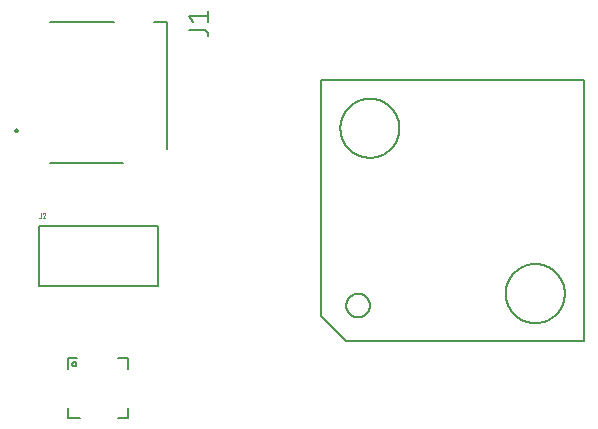
<source format=gbr>
G04 EAGLE Gerber RS-274X export*
G75*
%MOMM*%
%FSLAX34Y34*%
%LPD*%
%INSilkscreen Top*%
%IPPOS*%
%AMOC8*
5,1,8,0,0,1.08239X$1,22.5*%
G01*
%ADD10C,0.127000*%
%ADD11C,0.200000*%
%ADD12C,0.152400*%
%ADD13C,0.025400*%


D10*
X207900Y409750D02*
X197600Y409750D01*
X170700Y290250D02*
X109100Y290250D01*
X207900Y302200D02*
X207900Y409750D01*
X163700Y409750D02*
X109100Y409750D01*
D11*
X79900Y318000D02*
X79902Y318063D01*
X79908Y318125D01*
X79918Y318187D01*
X79931Y318249D01*
X79949Y318309D01*
X79970Y318368D01*
X79995Y318426D01*
X80024Y318482D01*
X80056Y318536D01*
X80091Y318588D01*
X80129Y318637D01*
X80171Y318685D01*
X80215Y318729D01*
X80263Y318771D01*
X80312Y318809D01*
X80364Y318844D01*
X80418Y318876D01*
X80474Y318905D01*
X80532Y318930D01*
X80591Y318951D01*
X80651Y318969D01*
X80713Y318982D01*
X80775Y318992D01*
X80837Y318998D01*
X80900Y319000D01*
X80963Y318998D01*
X81025Y318992D01*
X81087Y318982D01*
X81149Y318969D01*
X81209Y318951D01*
X81268Y318930D01*
X81326Y318905D01*
X81382Y318876D01*
X81436Y318844D01*
X81488Y318809D01*
X81537Y318771D01*
X81585Y318729D01*
X81629Y318685D01*
X81671Y318637D01*
X81709Y318588D01*
X81744Y318536D01*
X81776Y318482D01*
X81805Y318426D01*
X81830Y318368D01*
X81851Y318309D01*
X81869Y318249D01*
X81882Y318187D01*
X81892Y318125D01*
X81898Y318063D01*
X81900Y318000D01*
X81898Y317937D01*
X81892Y317875D01*
X81882Y317813D01*
X81869Y317751D01*
X81851Y317691D01*
X81830Y317632D01*
X81805Y317574D01*
X81776Y317518D01*
X81744Y317464D01*
X81709Y317412D01*
X81671Y317363D01*
X81629Y317315D01*
X81585Y317271D01*
X81537Y317229D01*
X81488Y317191D01*
X81436Y317156D01*
X81382Y317124D01*
X81326Y317095D01*
X81268Y317070D01*
X81209Y317049D01*
X81149Y317031D01*
X81087Y317018D01*
X81025Y317008D01*
X80963Y317002D01*
X80900Y317000D01*
X80837Y317002D01*
X80775Y317008D01*
X80713Y317018D01*
X80651Y317031D01*
X80591Y317049D01*
X80532Y317070D01*
X80474Y317095D01*
X80418Y317124D01*
X80364Y317156D01*
X80312Y317191D01*
X80263Y317229D01*
X80215Y317271D01*
X80171Y317315D01*
X80129Y317363D01*
X80091Y317412D01*
X80056Y317464D01*
X80024Y317518D01*
X79995Y317574D01*
X79970Y317632D01*
X79949Y317691D01*
X79931Y317751D01*
X79918Y317813D01*
X79908Y317875D01*
X79902Y317937D01*
X79900Y318000D01*
D12*
X226662Y403140D02*
X239306Y403140D01*
X239306Y403139D02*
X239424Y403137D01*
X239542Y403131D01*
X239660Y403122D01*
X239777Y403108D01*
X239894Y403091D01*
X240011Y403070D01*
X240126Y403045D01*
X240241Y403016D01*
X240355Y402983D01*
X240467Y402947D01*
X240578Y402907D01*
X240688Y402864D01*
X240797Y402817D01*
X240904Y402767D01*
X241009Y402712D01*
X241112Y402655D01*
X241213Y402594D01*
X241313Y402530D01*
X241410Y402463D01*
X241505Y402393D01*
X241597Y402319D01*
X241688Y402243D01*
X241775Y402163D01*
X241860Y402081D01*
X241942Y401996D01*
X242022Y401909D01*
X242098Y401818D01*
X242172Y401726D01*
X242242Y401631D01*
X242309Y401534D01*
X242373Y401434D01*
X242434Y401333D01*
X242491Y401230D01*
X242546Y401125D01*
X242596Y401018D01*
X242643Y400909D01*
X242686Y400799D01*
X242726Y400688D01*
X242762Y400576D01*
X242795Y400462D01*
X242824Y400347D01*
X242849Y400232D01*
X242870Y400115D01*
X242887Y399998D01*
X242901Y399881D01*
X242910Y399763D01*
X242916Y399645D01*
X242918Y399527D01*
X242918Y397721D01*
X230274Y410207D02*
X226662Y414722D01*
X242918Y414722D01*
X242918Y410207D02*
X242918Y419238D01*
D10*
X201000Y237000D02*
X100000Y237000D01*
X201000Y237000D02*
X201000Y186000D01*
X100000Y186000D01*
X100000Y237000D01*
D13*
X101397Y244974D02*
X101397Y247937D01*
X101397Y244974D02*
X101395Y244919D01*
X101390Y244863D01*
X101381Y244809D01*
X101368Y244755D01*
X101352Y244702D01*
X101333Y244650D01*
X101310Y244599D01*
X101284Y244550D01*
X101254Y244503D01*
X101222Y244458D01*
X101187Y244416D01*
X101149Y244375D01*
X101108Y244337D01*
X101066Y244302D01*
X101021Y244270D01*
X100973Y244240D01*
X100925Y244214D01*
X100874Y244191D01*
X100822Y244172D01*
X100769Y244156D01*
X100715Y244143D01*
X100661Y244134D01*
X100605Y244129D01*
X100550Y244127D01*
X100127Y244127D01*
X104211Y247938D02*
X104271Y247936D01*
X104330Y247930D01*
X104390Y247921D01*
X104448Y247908D01*
X104505Y247891D01*
X104562Y247871D01*
X104617Y247847D01*
X104670Y247820D01*
X104722Y247790D01*
X104771Y247756D01*
X104818Y247719D01*
X104863Y247680D01*
X104906Y247637D01*
X104945Y247592D01*
X104982Y247545D01*
X105016Y247496D01*
X105046Y247444D01*
X105073Y247391D01*
X105097Y247336D01*
X105117Y247279D01*
X105134Y247222D01*
X105147Y247164D01*
X105156Y247104D01*
X105162Y247045D01*
X105164Y246985D01*
X104211Y247937D02*
X104144Y247935D01*
X104077Y247930D01*
X104011Y247921D01*
X103945Y247908D01*
X103881Y247892D01*
X103817Y247872D01*
X103754Y247848D01*
X103692Y247822D01*
X103633Y247792D01*
X103575Y247759D01*
X103518Y247722D01*
X103464Y247683D01*
X103412Y247641D01*
X103363Y247596D01*
X103316Y247548D01*
X103272Y247498D01*
X103230Y247445D01*
X103192Y247390D01*
X103156Y247334D01*
X103124Y247275D01*
X103095Y247215D01*
X103069Y247153D01*
X103047Y247090D01*
X104846Y246244D02*
X104887Y246286D01*
X104926Y246331D01*
X104963Y246377D01*
X104997Y246426D01*
X105028Y246476D01*
X105055Y246528D01*
X105080Y246582D01*
X105102Y246637D01*
X105121Y246693D01*
X105136Y246750D01*
X105148Y246808D01*
X105156Y246867D01*
X105161Y246926D01*
X105163Y246985D01*
X104846Y246244D02*
X103047Y244127D01*
X105163Y244127D01*
D10*
X360000Y140000D02*
X561000Y140000D01*
X561000Y361000D01*
X339000Y361000D01*
X339000Y161000D01*
X360000Y140000D01*
X360000Y170000D02*
X360003Y170245D01*
X360012Y170491D01*
X360027Y170736D01*
X360048Y170980D01*
X360075Y171224D01*
X360108Y171467D01*
X360147Y171710D01*
X360192Y171951D01*
X360243Y172191D01*
X360300Y172430D01*
X360362Y172667D01*
X360431Y172903D01*
X360505Y173137D01*
X360585Y173369D01*
X360670Y173599D01*
X360761Y173827D01*
X360858Y174052D01*
X360960Y174276D01*
X361068Y174496D01*
X361181Y174714D01*
X361299Y174929D01*
X361423Y175141D01*
X361551Y175350D01*
X361685Y175556D01*
X361824Y175758D01*
X361968Y175957D01*
X362117Y176152D01*
X362270Y176344D01*
X362428Y176532D01*
X362590Y176716D01*
X362758Y176895D01*
X362929Y177071D01*
X363105Y177242D01*
X363284Y177410D01*
X363468Y177572D01*
X363656Y177730D01*
X363848Y177883D01*
X364043Y178032D01*
X364242Y178176D01*
X364444Y178315D01*
X364650Y178449D01*
X364859Y178577D01*
X365071Y178701D01*
X365286Y178819D01*
X365504Y178932D01*
X365724Y179040D01*
X365948Y179142D01*
X366173Y179239D01*
X366401Y179330D01*
X366631Y179415D01*
X366863Y179495D01*
X367097Y179569D01*
X367333Y179638D01*
X367570Y179700D01*
X367809Y179757D01*
X368049Y179808D01*
X368290Y179853D01*
X368533Y179892D01*
X368776Y179925D01*
X369020Y179952D01*
X369264Y179973D01*
X369509Y179988D01*
X369755Y179997D01*
X370000Y180000D01*
X370245Y179997D01*
X370491Y179988D01*
X370736Y179973D01*
X370980Y179952D01*
X371224Y179925D01*
X371467Y179892D01*
X371710Y179853D01*
X371951Y179808D01*
X372191Y179757D01*
X372430Y179700D01*
X372667Y179638D01*
X372903Y179569D01*
X373137Y179495D01*
X373369Y179415D01*
X373599Y179330D01*
X373827Y179239D01*
X374052Y179142D01*
X374276Y179040D01*
X374496Y178932D01*
X374714Y178819D01*
X374929Y178701D01*
X375141Y178577D01*
X375350Y178449D01*
X375556Y178315D01*
X375758Y178176D01*
X375957Y178032D01*
X376152Y177883D01*
X376344Y177730D01*
X376532Y177572D01*
X376716Y177410D01*
X376895Y177242D01*
X377071Y177071D01*
X377242Y176895D01*
X377410Y176716D01*
X377572Y176532D01*
X377730Y176344D01*
X377883Y176152D01*
X378032Y175957D01*
X378176Y175758D01*
X378315Y175556D01*
X378449Y175350D01*
X378577Y175141D01*
X378701Y174929D01*
X378819Y174714D01*
X378932Y174496D01*
X379040Y174276D01*
X379142Y174052D01*
X379239Y173827D01*
X379330Y173599D01*
X379415Y173369D01*
X379495Y173137D01*
X379569Y172903D01*
X379638Y172667D01*
X379700Y172430D01*
X379757Y172191D01*
X379808Y171951D01*
X379853Y171710D01*
X379892Y171467D01*
X379925Y171224D01*
X379952Y170980D01*
X379973Y170736D01*
X379988Y170491D01*
X379997Y170245D01*
X380000Y170000D01*
X379997Y169755D01*
X379988Y169509D01*
X379973Y169264D01*
X379952Y169020D01*
X379925Y168776D01*
X379892Y168533D01*
X379853Y168290D01*
X379808Y168049D01*
X379757Y167809D01*
X379700Y167570D01*
X379638Y167333D01*
X379569Y167097D01*
X379495Y166863D01*
X379415Y166631D01*
X379330Y166401D01*
X379239Y166173D01*
X379142Y165948D01*
X379040Y165724D01*
X378932Y165504D01*
X378819Y165286D01*
X378701Y165071D01*
X378577Y164859D01*
X378449Y164650D01*
X378315Y164444D01*
X378176Y164242D01*
X378032Y164043D01*
X377883Y163848D01*
X377730Y163656D01*
X377572Y163468D01*
X377410Y163284D01*
X377242Y163105D01*
X377071Y162929D01*
X376895Y162758D01*
X376716Y162590D01*
X376532Y162428D01*
X376344Y162270D01*
X376152Y162117D01*
X375957Y161968D01*
X375758Y161824D01*
X375556Y161685D01*
X375350Y161551D01*
X375141Y161423D01*
X374929Y161299D01*
X374714Y161181D01*
X374496Y161068D01*
X374276Y160960D01*
X374052Y160858D01*
X373827Y160761D01*
X373599Y160670D01*
X373369Y160585D01*
X373137Y160505D01*
X372903Y160431D01*
X372667Y160362D01*
X372430Y160300D01*
X372191Y160243D01*
X371951Y160192D01*
X371710Y160147D01*
X371467Y160108D01*
X371224Y160075D01*
X370980Y160048D01*
X370736Y160027D01*
X370491Y160012D01*
X370245Y160003D01*
X370000Y160000D01*
X369755Y160003D01*
X369509Y160012D01*
X369264Y160027D01*
X369020Y160048D01*
X368776Y160075D01*
X368533Y160108D01*
X368290Y160147D01*
X368049Y160192D01*
X367809Y160243D01*
X367570Y160300D01*
X367333Y160362D01*
X367097Y160431D01*
X366863Y160505D01*
X366631Y160585D01*
X366401Y160670D01*
X366173Y160761D01*
X365948Y160858D01*
X365724Y160960D01*
X365504Y161068D01*
X365286Y161181D01*
X365071Y161299D01*
X364859Y161423D01*
X364650Y161551D01*
X364444Y161685D01*
X364242Y161824D01*
X364043Y161968D01*
X363848Y162117D01*
X363656Y162270D01*
X363468Y162428D01*
X363284Y162590D01*
X363105Y162758D01*
X362929Y162929D01*
X362758Y163105D01*
X362590Y163284D01*
X362428Y163468D01*
X362270Y163656D01*
X362117Y163848D01*
X361968Y164043D01*
X361824Y164242D01*
X361685Y164444D01*
X361551Y164650D01*
X361423Y164859D01*
X361299Y165071D01*
X361181Y165286D01*
X361068Y165504D01*
X360960Y165724D01*
X360858Y165948D01*
X360761Y166173D01*
X360670Y166401D01*
X360585Y166631D01*
X360505Y166863D01*
X360431Y167097D01*
X360362Y167333D01*
X360300Y167570D01*
X360243Y167809D01*
X360192Y168049D01*
X360147Y168290D01*
X360108Y168533D01*
X360075Y168776D01*
X360048Y169020D01*
X360027Y169264D01*
X360012Y169509D01*
X360003Y169755D01*
X360000Y170000D01*
X495000Y180000D02*
X495008Y180614D01*
X495030Y181227D01*
X495068Y181839D01*
X495120Y182450D01*
X495188Y183060D01*
X495271Y183668D01*
X495368Y184274D01*
X495480Y184877D01*
X495607Y185478D01*
X495749Y186075D01*
X495906Y186668D01*
X496076Y187257D01*
X496262Y187842D01*
X496461Y188422D01*
X496675Y188997D01*
X496903Y189567D01*
X497145Y190131D01*
X497400Y190689D01*
X497669Y191240D01*
X497952Y191785D01*
X498248Y192322D01*
X498557Y192853D01*
X498879Y193375D01*
X499213Y193889D01*
X499560Y194395D01*
X499920Y194892D01*
X500291Y195381D01*
X500675Y195860D01*
X501070Y196329D01*
X501476Y196789D01*
X501894Y197239D01*
X502322Y197678D01*
X502761Y198106D01*
X503211Y198524D01*
X503671Y198930D01*
X504140Y199325D01*
X504619Y199709D01*
X505108Y200080D01*
X505605Y200440D01*
X506111Y200787D01*
X506625Y201121D01*
X507147Y201443D01*
X507678Y201752D01*
X508215Y202048D01*
X508760Y202331D01*
X509311Y202600D01*
X509869Y202855D01*
X510433Y203097D01*
X511003Y203325D01*
X511578Y203539D01*
X512158Y203738D01*
X512743Y203924D01*
X513332Y204094D01*
X513925Y204251D01*
X514522Y204393D01*
X515123Y204520D01*
X515726Y204632D01*
X516332Y204729D01*
X516940Y204812D01*
X517550Y204880D01*
X518161Y204932D01*
X518773Y204970D01*
X519386Y204992D01*
X520000Y205000D01*
X520614Y204992D01*
X521227Y204970D01*
X521839Y204932D01*
X522450Y204880D01*
X523060Y204812D01*
X523668Y204729D01*
X524274Y204632D01*
X524877Y204520D01*
X525478Y204393D01*
X526075Y204251D01*
X526668Y204094D01*
X527257Y203924D01*
X527842Y203738D01*
X528422Y203539D01*
X528997Y203325D01*
X529567Y203097D01*
X530131Y202855D01*
X530689Y202600D01*
X531240Y202331D01*
X531785Y202048D01*
X532322Y201752D01*
X532853Y201443D01*
X533375Y201121D01*
X533889Y200787D01*
X534395Y200440D01*
X534892Y200080D01*
X535381Y199709D01*
X535860Y199325D01*
X536329Y198930D01*
X536789Y198524D01*
X537239Y198106D01*
X537678Y197678D01*
X538106Y197239D01*
X538524Y196789D01*
X538930Y196329D01*
X539325Y195860D01*
X539709Y195381D01*
X540080Y194892D01*
X540440Y194395D01*
X540787Y193889D01*
X541121Y193375D01*
X541443Y192853D01*
X541752Y192322D01*
X542048Y191785D01*
X542331Y191240D01*
X542600Y190689D01*
X542855Y190131D01*
X543097Y189567D01*
X543325Y188997D01*
X543539Y188422D01*
X543738Y187842D01*
X543924Y187257D01*
X544094Y186668D01*
X544251Y186075D01*
X544393Y185478D01*
X544520Y184877D01*
X544632Y184274D01*
X544729Y183668D01*
X544812Y183060D01*
X544880Y182450D01*
X544932Y181839D01*
X544970Y181227D01*
X544992Y180614D01*
X545000Y180000D01*
X544992Y179386D01*
X544970Y178773D01*
X544932Y178161D01*
X544880Y177550D01*
X544812Y176940D01*
X544729Y176332D01*
X544632Y175726D01*
X544520Y175123D01*
X544393Y174522D01*
X544251Y173925D01*
X544094Y173332D01*
X543924Y172743D01*
X543738Y172158D01*
X543539Y171578D01*
X543325Y171003D01*
X543097Y170433D01*
X542855Y169869D01*
X542600Y169311D01*
X542331Y168760D01*
X542048Y168215D01*
X541752Y167678D01*
X541443Y167147D01*
X541121Y166625D01*
X540787Y166111D01*
X540440Y165605D01*
X540080Y165108D01*
X539709Y164619D01*
X539325Y164140D01*
X538930Y163671D01*
X538524Y163211D01*
X538106Y162761D01*
X537678Y162322D01*
X537239Y161894D01*
X536789Y161476D01*
X536329Y161070D01*
X535860Y160675D01*
X535381Y160291D01*
X534892Y159920D01*
X534395Y159560D01*
X533889Y159213D01*
X533375Y158879D01*
X532853Y158557D01*
X532322Y158248D01*
X531785Y157952D01*
X531240Y157669D01*
X530689Y157400D01*
X530131Y157145D01*
X529567Y156903D01*
X528997Y156675D01*
X528422Y156461D01*
X527842Y156262D01*
X527257Y156076D01*
X526668Y155906D01*
X526075Y155749D01*
X525478Y155607D01*
X524877Y155480D01*
X524274Y155368D01*
X523668Y155271D01*
X523060Y155188D01*
X522450Y155120D01*
X521839Y155068D01*
X521227Y155030D01*
X520614Y155008D01*
X520000Y155000D01*
X519386Y155008D01*
X518773Y155030D01*
X518161Y155068D01*
X517550Y155120D01*
X516940Y155188D01*
X516332Y155271D01*
X515726Y155368D01*
X515123Y155480D01*
X514522Y155607D01*
X513925Y155749D01*
X513332Y155906D01*
X512743Y156076D01*
X512158Y156262D01*
X511578Y156461D01*
X511003Y156675D01*
X510433Y156903D01*
X509869Y157145D01*
X509311Y157400D01*
X508760Y157669D01*
X508215Y157952D01*
X507678Y158248D01*
X507147Y158557D01*
X506625Y158879D01*
X506111Y159213D01*
X505605Y159560D01*
X505108Y159920D01*
X504619Y160291D01*
X504140Y160675D01*
X503671Y161070D01*
X503211Y161476D01*
X502761Y161894D01*
X502322Y162322D01*
X501894Y162761D01*
X501476Y163211D01*
X501070Y163671D01*
X500675Y164140D01*
X500291Y164619D01*
X499920Y165108D01*
X499560Y165605D01*
X499213Y166111D01*
X498879Y166625D01*
X498557Y167147D01*
X498248Y167678D01*
X497952Y168215D01*
X497669Y168760D01*
X497400Y169311D01*
X497145Y169869D01*
X496903Y170433D01*
X496675Y171003D01*
X496461Y171578D01*
X496262Y172158D01*
X496076Y172743D01*
X495906Y173332D01*
X495749Y173925D01*
X495607Y174522D01*
X495480Y175123D01*
X495368Y175726D01*
X495271Y176332D01*
X495188Y176940D01*
X495120Y177550D01*
X495068Y178161D01*
X495030Y178773D01*
X495008Y179386D01*
X495000Y180000D01*
X355000Y320000D02*
X355008Y320614D01*
X355030Y321227D01*
X355068Y321839D01*
X355120Y322450D01*
X355188Y323060D01*
X355271Y323668D01*
X355368Y324274D01*
X355480Y324877D01*
X355607Y325478D01*
X355749Y326075D01*
X355906Y326668D01*
X356076Y327257D01*
X356262Y327842D01*
X356461Y328422D01*
X356675Y328997D01*
X356903Y329567D01*
X357145Y330131D01*
X357400Y330689D01*
X357669Y331240D01*
X357952Y331785D01*
X358248Y332322D01*
X358557Y332853D01*
X358879Y333375D01*
X359213Y333889D01*
X359560Y334395D01*
X359920Y334892D01*
X360291Y335381D01*
X360675Y335860D01*
X361070Y336329D01*
X361476Y336789D01*
X361894Y337239D01*
X362322Y337678D01*
X362761Y338106D01*
X363211Y338524D01*
X363671Y338930D01*
X364140Y339325D01*
X364619Y339709D01*
X365108Y340080D01*
X365605Y340440D01*
X366111Y340787D01*
X366625Y341121D01*
X367147Y341443D01*
X367678Y341752D01*
X368215Y342048D01*
X368760Y342331D01*
X369311Y342600D01*
X369869Y342855D01*
X370433Y343097D01*
X371003Y343325D01*
X371578Y343539D01*
X372158Y343738D01*
X372743Y343924D01*
X373332Y344094D01*
X373925Y344251D01*
X374522Y344393D01*
X375123Y344520D01*
X375726Y344632D01*
X376332Y344729D01*
X376940Y344812D01*
X377550Y344880D01*
X378161Y344932D01*
X378773Y344970D01*
X379386Y344992D01*
X380000Y345000D01*
X380614Y344992D01*
X381227Y344970D01*
X381839Y344932D01*
X382450Y344880D01*
X383060Y344812D01*
X383668Y344729D01*
X384274Y344632D01*
X384877Y344520D01*
X385478Y344393D01*
X386075Y344251D01*
X386668Y344094D01*
X387257Y343924D01*
X387842Y343738D01*
X388422Y343539D01*
X388997Y343325D01*
X389567Y343097D01*
X390131Y342855D01*
X390689Y342600D01*
X391240Y342331D01*
X391785Y342048D01*
X392322Y341752D01*
X392853Y341443D01*
X393375Y341121D01*
X393889Y340787D01*
X394395Y340440D01*
X394892Y340080D01*
X395381Y339709D01*
X395860Y339325D01*
X396329Y338930D01*
X396789Y338524D01*
X397239Y338106D01*
X397678Y337678D01*
X398106Y337239D01*
X398524Y336789D01*
X398930Y336329D01*
X399325Y335860D01*
X399709Y335381D01*
X400080Y334892D01*
X400440Y334395D01*
X400787Y333889D01*
X401121Y333375D01*
X401443Y332853D01*
X401752Y332322D01*
X402048Y331785D01*
X402331Y331240D01*
X402600Y330689D01*
X402855Y330131D01*
X403097Y329567D01*
X403325Y328997D01*
X403539Y328422D01*
X403738Y327842D01*
X403924Y327257D01*
X404094Y326668D01*
X404251Y326075D01*
X404393Y325478D01*
X404520Y324877D01*
X404632Y324274D01*
X404729Y323668D01*
X404812Y323060D01*
X404880Y322450D01*
X404932Y321839D01*
X404970Y321227D01*
X404992Y320614D01*
X405000Y320000D01*
X404992Y319386D01*
X404970Y318773D01*
X404932Y318161D01*
X404880Y317550D01*
X404812Y316940D01*
X404729Y316332D01*
X404632Y315726D01*
X404520Y315123D01*
X404393Y314522D01*
X404251Y313925D01*
X404094Y313332D01*
X403924Y312743D01*
X403738Y312158D01*
X403539Y311578D01*
X403325Y311003D01*
X403097Y310433D01*
X402855Y309869D01*
X402600Y309311D01*
X402331Y308760D01*
X402048Y308215D01*
X401752Y307678D01*
X401443Y307147D01*
X401121Y306625D01*
X400787Y306111D01*
X400440Y305605D01*
X400080Y305108D01*
X399709Y304619D01*
X399325Y304140D01*
X398930Y303671D01*
X398524Y303211D01*
X398106Y302761D01*
X397678Y302322D01*
X397239Y301894D01*
X396789Y301476D01*
X396329Y301070D01*
X395860Y300675D01*
X395381Y300291D01*
X394892Y299920D01*
X394395Y299560D01*
X393889Y299213D01*
X393375Y298879D01*
X392853Y298557D01*
X392322Y298248D01*
X391785Y297952D01*
X391240Y297669D01*
X390689Y297400D01*
X390131Y297145D01*
X389567Y296903D01*
X388997Y296675D01*
X388422Y296461D01*
X387842Y296262D01*
X387257Y296076D01*
X386668Y295906D01*
X386075Y295749D01*
X385478Y295607D01*
X384877Y295480D01*
X384274Y295368D01*
X383668Y295271D01*
X383060Y295188D01*
X382450Y295120D01*
X381839Y295068D01*
X381227Y295030D01*
X380614Y295008D01*
X380000Y295000D01*
X379386Y295008D01*
X378773Y295030D01*
X378161Y295068D01*
X377550Y295120D01*
X376940Y295188D01*
X376332Y295271D01*
X375726Y295368D01*
X375123Y295480D01*
X374522Y295607D01*
X373925Y295749D01*
X373332Y295906D01*
X372743Y296076D01*
X372158Y296262D01*
X371578Y296461D01*
X371003Y296675D01*
X370433Y296903D01*
X369869Y297145D01*
X369311Y297400D01*
X368760Y297669D01*
X368215Y297952D01*
X367678Y298248D01*
X367147Y298557D01*
X366625Y298879D01*
X366111Y299213D01*
X365605Y299560D01*
X365108Y299920D01*
X364619Y300291D01*
X364140Y300675D01*
X363671Y301070D01*
X363211Y301476D01*
X362761Y301894D01*
X362322Y302322D01*
X361894Y302761D01*
X361476Y303211D01*
X361070Y303671D01*
X360675Y304140D01*
X360291Y304619D01*
X359920Y305108D01*
X359560Y305605D01*
X359213Y306111D01*
X358879Y306625D01*
X358557Y307147D01*
X358248Y307678D01*
X357952Y308215D01*
X357669Y308760D01*
X357400Y309311D01*
X357145Y309869D01*
X356903Y310433D01*
X356675Y311003D01*
X356461Y311578D01*
X356262Y312158D01*
X356076Y312743D01*
X355906Y313332D01*
X355749Y313925D01*
X355607Y314522D01*
X355480Y315123D01*
X355368Y315726D01*
X355271Y316332D01*
X355188Y316940D01*
X355120Y317550D01*
X355068Y318161D01*
X355030Y318773D01*
X355008Y319386D01*
X355000Y320000D01*
X127884Y120320D02*
X127886Y120404D01*
X127892Y120488D01*
X127902Y120572D01*
X127915Y120655D01*
X127933Y120737D01*
X127955Y120819D01*
X127980Y120899D01*
X128009Y120978D01*
X128042Y121056D01*
X128078Y121132D01*
X128118Y121206D01*
X128161Y121278D01*
X128207Y121348D01*
X128257Y121416D01*
X128310Y121482D01*
X128366Y121545D01*
X128425Y121605D01*
X128487Y121662D01*
X128551Y121717D01*
X128618Y121768D01*
X128687Y121816D01*
X128758Y121861D01*
X128831Y121903D01*
X128906Y121941D01*
X128983Y121975D01*
X129061Y122006D01*
X129141Y122033D01*
X129222Y122057D01*
X129304Y122076D01*
X129387Y122092D01*
X129470Y122104D01*
X129554Y122112D01*
X129638Y122116D01*
X129722Y122116D01*
X129806Y122112D01*
X129890Y122104D01*
X129973Y122092D01*
X130056Y122076D01*
X130138Y122057D01*
X130219Y122033D01*
X130299Y122006D01*
X130377Y121975D01*
X130454Y121941D01*
X130529Y121903D01*
X130602Y121861D01*
X130673Y121816D01*
X130742Y121768D01*
X130809Y121717D01*
X130873Y121662D01*
X130935Y121605D01*
X130994Y121545D01*
X131050Y121482D01*
X131103Y121416D01*
X131153Y121348D01*
X131199Y121278D01*
X131242Y121206D01*
X131282Y121132D01*
X131318Y121056D01*
X131351Y120978D01*
X131380Y120899D01*
X131405Y120819D01*
X131427Y120737D01*
X131445Y120655D01*
X131458Y120572D01*
X131468Y120488D01*
X131474Y120404D01*
X131476Y120320D01*
X131474Y120236D01*
X131468Y120152D01*
X131458Y120068D01*
X131445Y119985D01*
X131427Y119903D01*
X131405Y119821D01*
X131380Y119741D01*
X131351Y119662D01*
X131318Y119584D01*
X131282Y119508D01*
X131242Y119434D01*
X131199Y119362D01*
X131153Y119292D01*
X131103Y119224D01*
X131050Y119158D01*
X130994Y119095D01*
X130935Y119035D01*
X130873Y118978D01*
X130809Y118923D01*
X130742Y118872D01*
X130673Y118824D01*
X130602Y118779D01*
X130529Y118737D01*
X130454Y118699D01*
X130377Y118665D01*
X130299Y118634D01*
X130219Y118607D01*
X130138Y118583D01*
X130056Y118564D01*
X129973Y118548D01*
X129890Y118536D01*
X129806Y118528D01*
X129722Y118524D01*
X129638Y118524D01*
X129554Y118528D01*
X129470Y118536D01*
X129387Y118548D01*
X129304Y118564D01*
X129222Y118583D01*
X129141Y118607D01*
X129061Y118634D01*
X128983Y118665D01*
X128906Y118699D01*
X128831Y118737D01*
X128758Y118779D01*
X128687Y118824D01*
X128618Y118872D01*
X128551Y118923D01*
X128487Y118978D01*
X128425Y119035D01*
X128366Y119095D01*
X128310Y119158D01*
X128257Y119224D01*
X128207Y119292D01*
X128161Y119362D01*
X128118Y119434D01*
X128078Y119508D01*
X128042Y119584D01*
X128009Y119662D01*
X127980Y119741D01*
X127955Y119821D01*
X127933Y119903D01*
X127915Y119985D01*
X127902Y120068D01*
X127892Y120152D01*
X127886Y120236D01*
X127884Y120320D01*
X124600Y116510D02*
X124600Y125400D01*
X132220Y125400D01*
X166510Y125400D02*
X175400Y125400D01*
X175400Y116510D01*
X175400Y83490D02*
X175400Y74600D01*
X166510Y74600D01*
X134760Y74600D02*
X124600Y74600D01*
X124600Y83490D01*
M02*

</source>
